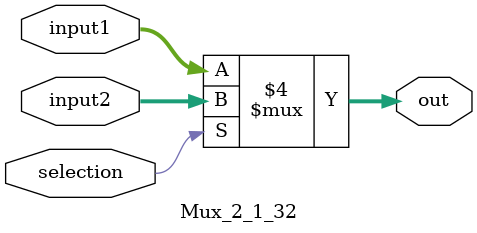
<source format=v>
`timescale 1ns / 1ps


module Mux_2_1_32(
input selection,
input [31:0] input1,input2,
output reg [31:0] out
    );
    always@(*)begin
    if(selection==1) out=input2;
    else out=input1;
    end
endmodule

</source>
